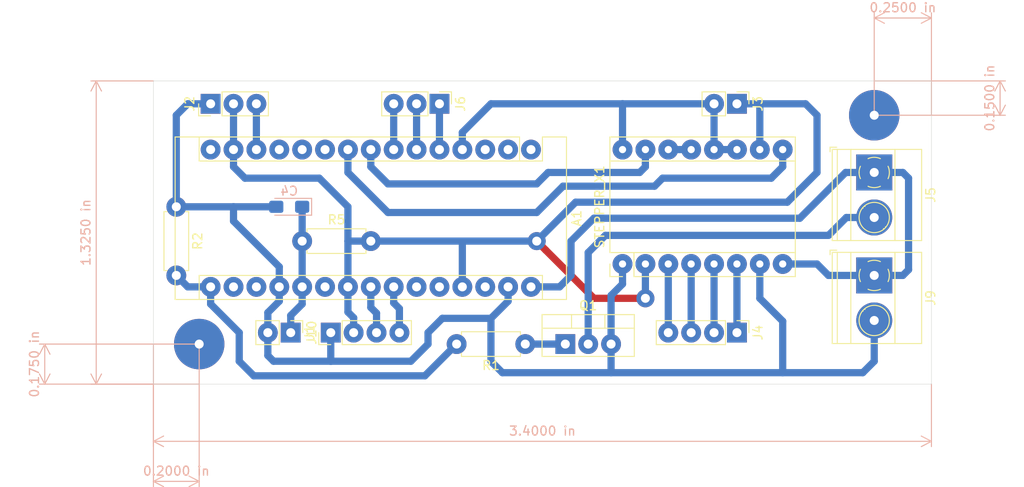
<source format=kicad_pcb>
(kicad_pcb (version 20171130) (host pcbnew 5.1.5+dfsg1-2build2)

  (general
    (thickness 1.6)
    (drawings 10)
    (tracks 136)
    (zones 0)
    (modules 15)
    (nets 35)
  )

  (page A4)
  (layers
    (0 F.Cu signal)
    (31 B.Cu signal)
    (32 B.Adhes user)
    (33 F.Adhes user)
    (34 B.Paste user)
    (35 F.Paste user)
    (36 B.SilkS user)
    (37 F.SilkS user)
    (38 B.Mask user)
    (39 F.Mask user)
    (40 Dwgs.User user)
    (41 Cmts.User user)
    (42 Eco1.User user)
    (43 Eco2.User user)
    (44 Edge.Cuts user)
    (45 Margin user)
    (46 B.CrtYd user)
    (47 F.CrtYd user)
    (48 B.Fab user)
    (49 F.Fab user)
  )

  (setup
    (last_trace_width 0.8)
    (trace_clearance 0.5)
    (zone_clearance 1)
    (zone_45_only no)
    (trace_min 0.2)
    (via_size 2)
    (via_drill 1)
    (via_min_size 0.4)
    (via_min_drill 0.3)
    (uvia_size 0.3)
    (uvia_drill 0.1)
    (uvias_allowed no)
    (uvia_min_size 0.2)
    (uvia_min_drill 0.1)
    (edge_width 0.05)
    (segment_width 0.2)
    (pcb_text_width 0.3)
    (pcb_text_size 1.5 1.5)
    (mod_edge_width 0.12)
    (mod_text_size 1 1)
    (mod_text_width 0.15)
    (pad_size 2.2 2.2)
    (pad_drill 1)
    (pad_to_mask_clearance 0.051)
    (solder_mask_min_width 0.25)
    (aux_axis_origin 0 0)
    (visible_elements FFFFFF7F)
    (pcbplotparams
      (layerselection 0x01000_fffffffe)
      (usegerberextensions false)
      (usegerberattributes false)
      (usegerberadvancedattributes false)
      (creategerberjobfile false)
      (excludeedgelayer true)
      (linewidth 0.100000)
      (plotframeref false)
      (viasonmask false)
      (mode 1)
      (useauxorigin false)
      (hpglpennumber 1)
      (hpglpenspeed 20)
      (hpglpendiameter 15.000000)
      (psnegative false)
      (psa4output false)
      (plotreference true)
      (plotvalue true)
      (plotinvisibletext false)
      (padsonsilk false)
      (subtractmaskfromsilk false)
      (outputformat 5)
      (mirror false)
      (drillshape 2)
      (scaleselection 1)
      (outputdirectory "/home/aleknest/d/"))
  )

  (net 0 "")
  (net 1 "Net-(A1-Pad15)")
  (net 2 GND)
  (net 3 "Net-(A1-Pad28)")
  (net 4 "Net-(A1-Pad12)")
  (net 5 +5V)
  (net 6 "Net-(A1-Pad11)")
  (net 7 HOTEND)
  (net 8 SCL)
  (net 9 SDA)
  (net 10 E_ENABLE)
  (net 11 T_HOTEND)
  (net 12 E_STEP)
  (net 13 FILAMENT_RUNOUT)
  (net 14 "Net-(A1-Pad3)")
  (net 15 "Net-(A1-Pad18)")
  (net 16 "Net-(A1-Pad2)")
  (net 17 "Net-(A1-Pad17)")
  (net 18 "Net-(A1-Pad1)")
  (net 19 +12V)
  (net 20 "Net-(J4-Pad4)")
  (net 21 "Net-(J4-Pad3)")
  (net 22 "Net-(J4-Pad2)")
  (net 23 "Net-(J4-Pad1)")
  (net 24 "Net-(J5-Pad2)")
  (net 25 "Net-(Q1-Pad1)")
  (net 26 "Net-(STEPPER_X1-Pad13)")
  (net 27 SW)
  (net 28 CLK)
  (net 29 DT)
  (net 30 GNDE)
  (net 31 "Net-(A1-Pad26)")
  (net 32 "Net-(A1-Pad21)")
  (net 33 "Net-(A1-Pad25)")
  (net 34 "Net-(A1-Pad10)")

  (net_class Default "This is the default net class."
    (clearance 0.5)
    (trace_width 0.8)
    (via_dia 2)
    (via_drill 1)
    (uvia_dia 0.3)
    (uvia_drill 0.1)
    (add_net CLK)
    (add_net DT)
    (add_net FILAMENT_RUNOUT)
    (add_net GNDE)
    (add_net HOTEND)
    (add_net "Net-(A1-Pad1)")
    (add_net "Net-(A1-Pad10)")
    (add_net "Net-(A1-Pad11)")
    (add_net "Net-(A1-Pad12)")
    (add_net "Net-(A1-Pad15)")
    (add_net "Net-(A1-Pad17)")
    (add_net "Net-(A1-Pad18)")
    (add_net "Net-(A1-Pad2)")
    (add_net "Net-(A1-Pad21)")
    (add_net "Net-(A1-Pad25)")
    (add_net "Net-(A1-Pad26)")
    (add_net "Net-(A1-Pad28)")
    (add_net "Net-(A1-Pad3)")
    (add_net "Net-(J4-Pad1)")
    (add_net "Net-(J4-Pad2)")
    (add_net "Net-(J4-Pad3)")
    (add_net "Net-(J4-Pad4)")
    (add_net "Net-(J5-Pad2)")
    (add_net "Net-(Q1-Pad1)")
    (add_net "Net-(STEPPER_X1-Pad13)")
    (add_net SCL)
    (add_net SDA)
    (add_net SW)
    (add_net T_HOTEND)
  )

  (net_class +12V ""
    (clearance 0.5)
    (trace_width 0.8)
    (via_dia 2)
    (via_drill 1)
    (uvia_dia 0.3)
    (uvia_drill 0.1)
    (add_net +12V)
  )

  (net_class +5V ""
    (clearance 0.5)
    (trace_width 0.8)
    (via_dia 2)
    (via_drill 1)
    (uvia_dia 0.3)
    (uvia_drill 0.1)
    (add_net +5V)
  )

  (net_class E_ENABLE ""
    (clearance 0.5)
    (trace_width 0.8)
    (via_dia 2)
    (via_drill 1)
    (uvia_dia 0.3)
    (uvia_drill 0.1)
    (add_net E_ENABLE)
  )

  (net_class E_STEP ""
    (clearance 0.5)
    (trace_width 0.8)
    (via_dia 2)
    (via_drill 1)
    (uvia_dia 0.3)
    (uvia_drill 0.1)
    (add_net E_STEP)
  )

  (net_class GND ""
    (clearance 0.5)
    (trace_width 0.8)
    (via_dia 2)
    (via_drill 1)
    (uvia_dia 0.3)
    (uvia_drill 0.1)
    (add_net GND)
  )

  (module Connector_PinHeader_2.54mm:PinHeader_1x04_P2.54mm_Vertical (layer F.Cu) (tedit 62B49D9C) (tstamp 629E1C43)
    (at 81.915 54.61 90)
    (descr "Through hole straight pin header, 1x04, 2.54mm pitch, single row")
    (tags "Through hole pin header THT 1x04 2.54mm single row")
    (path /62A2CC36)
    (fp_text reference J1 (at 0 -2.33 90) (layer F.SilkS)
      (effects (font (size 1 1) (thickness 0.15)))
    )
    (fp_text value I2C (at 0 9.95 90) (layer F.Fab)
      (effects (font (size 1 1) (thickness 0.15)))
    )
    (fp_text user %R (at 0 3.81 180) (layer F.Fab)
      (effects (font (size 1 1) (thickness 0.15)))
    )
    (fp_line (start 1.8 -1.8) (end -1.8 -1.8) (layer F.CrtYd) (width 0.05))
    (fp_line (start 1.8 9.4) (end 1.8 -1.8) (layer F.CrtYd) (width 0.05))
    (fp_line (start -1.8 9.4) (end 1.8 9.4) (layer F.CrtYd) (width 0.05))
    (fp_line (start -1.8 -1.8) (end -1.8 9.4) (layer F.CrtYd) (width 0.05))
    (fp_line (start -1.33 -1.33) (end 0 -1.33) (layer F.SilkS) (width 0.12))
    (fp_line (start -1.33 0) (end -1.33 -1.33) (layer F.SilkS) (width 0.12))
    (fp_line (start -1.33 1.27) (end 1.33 1.27) (layer F.SilkS) (width 0.12))
    (fp_line (start 1.33 1.27) (end 1.33 8.95) (layer F.SilkS) (width 0.12))
    (fp_line (start -1.33 1.27) (end -1.33 8.95) (layer F.SilkS) (width 0.12))
    (fp_line (start -1.33 8.95) (end 1.33 8.95) (layer F.SilkS) (width 0.12))
    (fp_line (start -1.27 -0.635) (end -0.635 -1.27) (layer F.Fab) (width 0.1))
    (fp_line (start -1.27 8.89) (end -1.27 -0.635) (layer F.Fab) (width 0.1))
    (fp_line (start 1.27 8.89) (end -1.27 8.89) (layer F.Fab) (width 0.1))
    (fp_line (start 1.27 -1.27) (end 1.27 8.89) (layer F.Fab) (width 0.1))
    (fp_line (start -0.635 -1.27) (end 1.27 -1.27) (layer F.Fab) (width 0.1))
    (pad 4 thru_hole oval (at 0 7.62 90) (size 2.2 2.2) (drill 1) (layers *.Cu *.Mask)
      (net 8 SCL))
    (pad 3 thru_hole oval (at 0 5.08 90) (size 2.2 2.2) (drill 1) (layers *.Cu *.Mask)
      (net 9 SDA))
    (pad 2 thru_hole oval (at 0 2.54 90) (size 2.2 2.2) (drill 1) (layers *.Cu *.Mask)
      (net 5 +5V))
    (pad 1 thru_hole rect (at 0 0 90) (size 2.2 2.2) (drill 1) (layers *.Cu *.Mask)
      (net 2 GND))
    (model ${KISYS3DMOD}/Connector_PinHeader_2.54mm.3dshapes/PinHeader_1x04_P2.54mm_Vertical.wrl
      (at (xyz 0 0 0))
      (scale (xyz 1 1 1))
      (rotate (xyz 0 0 0))
    )
  )

  (module Connector_PinHeader_2.54mm:PinHeader_1x04_P2.54mm_Vertical (layer F.Cu) (tedit 62B49D7D) (tstamp 629E1C89)
    (at 127 54.61 270)
    (descr "Through hole straight pin header, 1x04, 2.54mm pitch, single row")
    (tags "Through hole pin header THT 1x04 2.54mm single row")
    (path /6223A6E5)
    (fp_text reference J4 (at 0 -2.33 90) (layer F.SilkS)
      (effects (font (size 1 1) (thickness 0.15)))
    )
    (fp_text value Conn_01x04 (at 0 9.95 90) (layer F.Fab)
      (effects (font (size 1 1) (thickness 0.15)))
    )
    (fp_text user %R (at 0 3.81) (layer F.Fab)
      (effects (font (size 1 1) (thickness 0.15)))
    )
    (fp_line (start 1.8 -1.8) (end -1.8 -1.8) (layer F.CrtYd) (width 0.05))
    (fp_line (start 1.8 9.4) (end 1.8 -1.8) (layer F.CrtYd) (width 0.05))
    (fp_line (start -1.8 9.4) (end 1.8 9.4) (layer F.CrtYd) (width 0.05))
    (fp_line (start -1.8 -1.8) (end -1.8 9.4) (layer F.CrtYd) (width 0.05))
    (fp_line (start -1.33 -1.33) (end 0 -1.33) (layer F.SilkS) (width 0.12))
    (fp_line (start -1.33 0) (end -1.33 -1.33) (layer F.SilkS) (width 0.12))
    (fp_line (start -1.33 1.27) (end 1.33 1.27) (layer F.SilkS) (width 0.12))
    (fp_line (start 1.33 1.27) (end 1.33 8.95) (layer F.SilkS) (width 0.12))
    (fp_line (start -1.33 1.27) (end -1.33 8.95) (layer F.SilkS) (width 0.12))
    (fp_line (start -1.33 8.95) (end 1.33 8.95) (layer F.SilkS) (width 0.12))
    (fp_line (start -1.27 -0.635) (end -0.635 -1.27) (layer F.Fab) (width 0.1))
    (fp_line (start -1.27 8.89) (end -1.27 -0.635) (layer F.Fab) (width 0.1))
    (fp_line (start 1.27 8.89) (end -1.27 8.89) (layer F.Fab) (width 0.1))
    (fp_line (start 1.27 -1.27) (end 1.27 8.89) (layer F.Fab) (width 0.1))
    (fp_line (start -0.635 -1.27) (end 1.27 -1.27) (layer F.Fab) (width 0.1))
    (pad 4 thru_hole oval (at 0 7.62 270) (size 2.2 2.2) (drill 1) (layers *.Cu *.Mask)
      (net 20 "Net-(J4-Pad4)"))
    (pad 3 thru_hole oval (at 0 5.08 270) (size 2.2 2.2) (drill 1) (layers *.Cu *.Mask)
      (net 21 "Net-(J4-Pad3)"))
    (pad 2 thru_hole oval (at 0 2.54 270) (size 2.2 2.2) (drill 1) (layers *.Cu *.Mask)
      (net 22 "Net-(J4-Pad2)"))
    (pad 1 thru_hole rect (at 0 0 270) (size 2.2 2.2) (drill 1) (layers *.Cu *.Mask)
      (net 23 "Net-(J4-Pad1)"))
    (model ${KISYS3DMOD}/Connector_PinHeader_2.54mm.3dshapes/PinHeader_1x04_P2.54mm_Vertical.wrl
      (at (xyz 0 0 0))
      (scale (xyz 1 1 1))
      (rotate (xyz 0 0 0))
    )
  )

  (module Package_TO_SOT_THT:TO-220-3_Vertical (layer F.Cu) (tedit 62B49D47) (tstamp 629E1D11)
    (at 107.95 55.88)
    (descr "TO-220-3, Vertical, RM 2.54mm, see https://www.vishay.com/docs/66542/to-220-1.pdf")
    (tags "TO-220-3 Vertical RM 2.54mm")
    (path /62296D41)
    (fp_text reference Q1 (at 2.54 -4.27) (layer F.SilkS)
      (effects (font (size 1 1) (thickness 0.15)))
    )
    (fp_text value IRLZ44N (at 2.54 2.5) (layer F.Fab)
      (effects (font (size 1 1) (thickness 0.15)))
    )
    (fp_text user %R (at 2.54 -4.27) (layer F.Fab)
      (effects (font (size 1 1) (thickness 0.15)))
    )
    (fp_line (start 7.79 -3.4) (end -2.71 -3.4) (layer F.CrtYd) (width 0.05))
    (fp_line (start 7.79 1.51) (end 7.79 -3.4) (layer F.CrtYd) (width 0.05))
    (fp_line (start -2.71 1.51) (end 7.79 1.51) (layer F.CrtYd) (width 0.05))
    (fp_line (start -2.71 -3.4) (end -2.71 1.51) (layer F.CrtYd) (width 0.05))
    (fp_line (start 4.391 -3.27) (end 4.391 -1.76) (layer F.SilkS) (width 0.12))
    (fp_line (start 0.69 -3.27) (end 0.69 -1.76) (layer F.SilkS) (width 0.12))
    (fp_line (start -2.58 -1.76) (end 7.66 -1.76) (layer F.SilkS) (width 0.12))
    (fp_line (start 7.66 -3.27) (end 7.66 1.371) (layer F.SilkS) (width 0.12))
    (fp_line (start -2.58 -3.27) (end -2.58 1.371) (layer F.SilkS) (width 0.12))
    (fp_line (start -2.58 1.371) (end 7.66 1.371) (layer F.SilkS) (width 0.12))
    (fp_line (start -2.58 -3.27) (end 7.66 -3.27) (layer F.SilkS) (width 0.12))
    (fp_line (start 4.39 -3.15) (end 4.39 -1.88) (layer F.Fab) (width 0.1))
    (fp_line (start 0.69 -3.15) (end 0.69 -1.88) (layer F.Fab) (width 0.1))
    (fp_line (start -2.46 -1.88) (end 7.54 -1.88) (layer F.Fab) (width 0.1))
    (fp_line (start 7.54 -3.15) (end -2.46 -3.15) (layer F.Fab) (width 0.1))
    (fp_line (start 7.54 1.25) (end 7.54 -3.15) (layer F.Fab) (width 0.1))
    (fp_line (start -2.46 1.25) (end 7.54 1.25) (layer F.Fab) (width 0.1))
    (fp_line (start -2.46 -3.15) (end -2.46 1.25) (layer F.Fab) (width 0.1))
    (pad 3 thru_hole oval (at 5.08 0) (size 2.2 2.2) (drill 1) (layers *.Cu *.Mask)
      (net 2 GND))
    (pad 2 thru_hole oval (at 2.54 0) (size 2.2 2.2) (drill 1) (layers *.Cu *.Mask)
      (net 24 "Net-(J5-Pad2)"))
    (pad 1 thru_hole rect (at 0 0) (size 2.2 2.2) (drill 1) (layers *.Cu *.Mask)
      (net 25 "Net-(Q1-Pad1)"))
    (model ${KISYS3DMOD}/Package_TO_SOT_THT.3dshapes/TO-220-3_Vertical.wrl
      (at (xyz 0 0 0))
      (scale (xyz 1 1 1))
      (rotate (xyz 0 0 0))
    )
  )

  (module Module:Arduino_Nano (layer F.Cu) (tedit 62B49D18) (tstamp 629E1ABA)
    (at 104.14 34.29 270)
    (descr "Arduino Nano, http://www.mouser.com/pdfdocs/Gravitech_Arduino_Nano3_0.pdf")
    (tags "Arduino Nano")
    (path /62236426)
    (fp_text reference A1 (at 7.62 -5.08 270) (layer F.SilkS)
      (effects (font (size 1 1) (thickness 0.15)))
    )
    (fp_text value Arduino_Nano_v3.x (at 8.89 19.05) (layer F.Fab)
      (effects (font (size 1 1) (thickness 0.15)))
    )
    (fp_line (start 16.75 42.16) (end -1.53 42.16) (layer F.CrtYd) (width 0.05))
    (fp_line (start 16.75 42.16) (end 16.75 -4.06) (layer F.CrtYd) (width 0.05))
    (fp_line (start -1.53 -4.06) (end -1.53 42.16) (layer F.CrtYd) (width 0.05))
    (fp_line (start -1.53 -4.06) (end 16.75 -4.06) (layer F.CrtYd) (width 0.05))
    (fp_line (start 16.51 -3.81) (end 16.51 39.37) (layer F.Fab) (width 0.1))
    (fp_line (start 0 -3.81) (end 16.51 -3.81) (layer F.Fab) (width 0.1))
    (fp_line (start -1.27 -2.54) (end 0 -3.81) (layer F.Fab) (width 0.1))
    (fp_line (start -1.27 39.37) (end -1.27 -2.54) (layer F.Fab) (width 0.1))
    (fp_line (start 16.51 39.37) (end -1.27 39.37) (layer F.Fab) (width 0.1))
    (fp_line (start 16.64 -3.94) (end -1.4 -3.94) (layer F.SilkS) (width 0.12))
    (fp_line (start 16.64 39.5) (end 16.64 -3.94) (layer F.SilkS) (width 0.12))
    (fp_line (start -1.4 39.5) (end 16.64 39.5) (layer F.SilkS) (width 0.12))
    (fp_line (start 3.81 41.91) (end 3.81 31.75) (layer F.Fab) (width 0.1))
    (fp_line (start 11.43 41.91) (end 3.81 41.91) (layer F.Fab) (width 0.1))
    (fp_line (start 11.43 31.75) (end 11.43 41.91) (layer F.Fab) (width 0.1))
    (fp_line (start 3.81 31.75) (end 11.43 31.75) (layer F.Fab) (width 0.1))
    (fp_line (start 1.27 36.83) (end -1.4 36.83) (layer F.SilkS) (width 0.12))
    (fp_line (start 1.27 1.27) (end 1.27 36.83) (layer F.SilkS) (width 0.12))
    (fp_line (start 1.27 1.27) (end -1.4 1.27) (layer F.SilkS) (width 0.12))
    (fp_line (start 13.97 36.83) (end 16.64 36.83) (layer F.SilkS) (width 0.12))
    (fp_line (start 13.97 -1.27) (end 13.97 36.83) (layer F.SilkS) (width 0.12))
    (fp_line (start 13.97 -1.27) (end 16.64 -1.27) (layer F.SilkS) (width 0.12))
    (fp_line (start -1.4 -3.94) (end -1.4 -1.27) (layer F.SilkS) (width 0.12))
    (fp_line (start -1.4 1.27) (end -1.4 39.5) (layer F.SilkS) (width 0.12))
    (fp_line (start 1.27 -1.27) (end -1.4 -1.27) (layer F.SilkS) (width 0.12))
    (fp_line (start 1.27 1.27) (end 1.27 -1.27) (layer F.SilkS) (width 0.12))
    (fp_text user %R (at 6.35 19.05) (layer F.Fab)
      (effects (font (size 1 1) (thickness 0.15)))
    )
    (pad 16 thru_hole oval (at 15.24 35.56 270) (size 2.2 2.2) (drill 1) (layers *.Cu *.Mask)
      (net 7 HOTEND))
    (pad 15 thru_hole oval (at 0 35.56 270) (size 2.2 2.2) (drill 1) (layers *.Cu *.Mask)
      (net 1 "Net-(A1-Pad15)"))
    (pad 30 thru_hole oval (at 15.24 0 270) (size 2.2 2.2) (drill 1) (layers *.Cu *.Mask)
      (net 19 +12V))
    (pad 14 thru_hole oval (at 0 33.02 270) (size 2.2 2.2) (drill 1) (layers *.Cu *.Mask)
      (net 5 +5V))
    (pad 29 thru_hole oval (at 15.24 2.54 270) (size 2.2 2.2) (drill 1) (layers *.Cu *.Mask)
      (net 2 GND))
    (pad 13 thru_hole oval (at 0 30.48 270) (size 2.2 2.2) (drill 1) (layers *.Cu *.Mask)
      (net 13 FILAMENT_RUNOUT))
    (pad 28 thru_hole oval (at 15.24 5.08 270) (size 2.2 2.2) (drill 1) (layers *.Cu *.Mask)
      (net 3 "Net-(A1-Pad28)"))
    (pad 12 thru_hole oval (at 0 27.94 270) (size 2.2 2.2) (drill 1) (layers *.Cu *.Mask)
      (net 4 "Net-(A1-Pad12)"))
    (pad 27 thru_hole oval (at 15.24 7.62 270) (size 2.2 2.2) (drill 1) (layers *.Cu *.Mask)
      (net 5 +5V))
    (pad 11 thru_hole oval (at 0 25.4 270) (size 2.2 2.2) (drill 1) (layers *.Cu *.Mask)
      (net 6 "Net-(A1-Pad11)"))
    (pad 26 thru_hole oval (at 15.24 10.16 270) (size 2.2 2.2) (drill 1) (layers *.Cu *.Mask)
      (net 31 "Net-(A1-Pad26)"))
    (pad 10 thru_hole oval (at 0 22.86 270) (size 2.2 2.2) (drill 1) (layers *.Cu *.Mask)
      (net 34 "Net-(A1-Pad10)"))
    (pad 25 thru_hole oval (at 15.24 12.7 270) (size 2.2 2.2) (drill 1) (layers *.Cu *.Mask)
      (net 33 "Net-(A1-Pad25)"))
    (pad 9 thru_hole oval (at 0 20.32 270) (size 2.2 2.2) (drill 1) (layers *.Cu *.Mask)
      (net 10 E_ENABLE))
    (pad 24 thru_hole oval (at 15.24 15.24 270) (size 2.2 2.2) (drill 1) (layers *.Cu *.Mask)
      (net 8 SCL))
    (pad 8 thru_hole oval (at 0 17.78 270) (size 2.2 2.2) (drill 1) (layers *.Cu *.Mask)
      (net 12 E_STEP))
    (pad 23 thru_hole oval (at 15.24 17.78 270) (size 2.2 2.2) (drill 1) (layers *.Cu *.Mask)
      (net 9 SDA))
    (pad 7 thru_hole oval (at 0 15.24 270) (size 2.2 2.2) (drill 1) (layers *.Cu *.Mask)
      (net 27 SW))
    (pad 22 thru_hole oval (at 15.24 20.32 270) (size 2.2 2.2) (drill 1) (layers *.Cu *.Mask)
      (net 5 +5V))
    (pad 6 thru_hole oval (at 0 12.7 270) (size 2.2 2.2) (drill 1) (layers *.Cu *.Mask)
      (net 29 DT))
    (pad 21 thru_hole oval (at 15.24 22.86 270) (size 2.2 2.2) (drill 1) (layers *.Cu *.Mask)
      (net 32 "Net-(A1-Pad21)"))
    (pad 5 thru_hole oval (at 0 10.16 270) (size 2.2 2.2) (drill 1) (layers *.Cu *.Mask)
      (net 28 CLK))
    (pad 20 thru_hole oval (at 15.24 25.4 270) (size 2.2 2.2) (drill 1) (layers *.Cu *.Mask)
      (net 11 T_HOTEND))
    (pad 4 thru_hole oval (at 0 7.62 270) (size 2.2 2.2) (drill 1) (layers *.Cu *.Mask)
      (net 30 GNDE))
    (pad 19 thru_hole oval (at 15.24 27.94 270) (size 2.2 2.2) (drill 1) (layers *.Cu *.Mask)
      (net 2 GND))
    (pad 3 thru_hole oval (at 0 5.08 270) (size 2.2 2.2) (drill 1) (layers *.Cu *.Mask)
      (net 14 "Net-(A1-Pad3)"))
    (pad 18 thru_hole oval (at 15.24 30.48 270) (size 2.2 2.2) (drill 1) (layers *.Cu *.Mask)
      (net 15 "Net-(A1-Pad18)"))
    (pad 2 thru_hole oval (at 0 2.54 270) (size 2.2 2.2) (drill 1) (layers *.Cu *.Mask)
      (net 16 "Net-(A1-Pad2)"))
    (pad 17 thru_hole oval (at 15.24 33.02 270) (size 2.2 2.2) (drill 1) (layers *.Cu *.Mask)
      (net 17 "Net-(A1-Pad17)"))
    (pad 1 thru_hole oval (at 0 0 270) (size 2.2 2.2) (drill 1) (layers *.Cu *.Mask)
      (net 18 "Net-(A1-Pad1)"))
    (model ${KISYS3DMOD}/Module.3dshapes/Arduino_Nano_WithMountingHoles.wrl
      (at (xyz 0 0 0))
      (scale (xyz 1 1 1))
      (rotate (xyz 0 0 0))
    )
  )

  (module Module:Pololu_Breakout-16_15.2x20.3mm (layer F.Cu) (tedit 62B49C8F) (tstamp 629E1D7E)
    (at 114.3 46.99 90)
    (descr "Pololu Breakout 16-pin 15.2x20.3mm 0.6x0.8\\")
    (tags "Pololu Breakout")
    (path /62237520)
    (fp_text reference STEPPER_X1 (at 6.35 -2.54 90) (layer F.SilkS)
      (effects (font (size 1 1) (thickness 0.15)))
    )
    (fp_text value Pololu_Breakout_2209 (at 6.35 20.17 90) (layer F.Fab)
      (effects (font (size 1 1) (thickness 0.15)))
    )
    (fp_line (start 14.21 19.3) (end -1.53 19.3) (layer F.CrtYd) (width 0.05))
    (fp_line (start 14.21 19.3) (end 14.21 -1.52) (layer F.CrtYd) (width 0.05))
    (fp_line (start -1.53 -1.52) (end -1.53 19.3) (layer F.CrtYd) (width 0.05))
    (fp_line (start -1.53 -1.52) (end 14.21 -1.52) (layer F.CrtYd) (width 0.05))
    (fp_line (start -1.27 19.05) (end -1.27 0) (layer F.Fab) (width 0.1))
    (fp_line (start 13.97 19.05) (end -1.27 19.05) (layer F.Fab) (width 0.1))
    (fp_line (start 13.97 -1.27) (end 13.97 19.05) (layer F.Fab) (width 0.1))
    (fp_line (start 0 -1.27) (end 13.97 -1.27) (layer F.Fab) (width 0.1))
    (fp_line (start -1.27 0) (end 0 -1.27) (layer F.Fab) (width 0.1))
    (fp_line (start 14.1 -1.4) (end 1.27 -1.4) (layer F.SilkS) (width 0.12))
    (fp_line (start 14.1 19.18) (end 14.1 -1.4) (layer F.SilkS) (width 0.12))
    (fp_line (start -1.4 19.18) (end 14.1 19.18) (layer F.SilkS) (width 0.12))
    (fp_line (start -1.4 1.27) (end -1.4 19.18) (layer F.SilkS) (width 0.12))
    (fp_line (start 1.27 1.27) (end -1.4 1.27) (layer F.SilkS) (width 0.12))
    (fp_line (start 1.27 -1.4) (end 1.27 1.27) (layer F.SilkS) (width 0.12))
    (fp_line (start -1.4 -1.4) (end -1.4 0) (layer F.SilkS) (width 0.12))
    (fp_line (start 0 -1.4) (end -1.4 -1.4) (layer F.SilkS) (width 0.12))
    (fp_line (start 1.27 1.27) (end 1.27 19.18) (layer F.SilkS) (width 0.12))
    (fp_line (start 11.43 -1.4) (end 11.43 19.18) (layer F.SilkS) (width 0.12))
    (fp_text user %R (at 6.35 0 90) (layer F.Fab)
      (effects (font (size 1 1) (thickness 0.15)))
    )
    (pad 16 thru_hole oval (at 12.7 0 90) (size 2.2 2.2) (drill 0.8) (layers *.Cu *.Mask)
      (net 30 GNDE))
    (pad 8 thru_hole oval (at 0 17.78 90) (size 2.2 2.2) (drill 0.8) (layers *.Cu *.Mask)
      (net 19 +12V))
    (pad 15 thru_hole oval (at 12.7 2.54 90) (size 2.2 2.2) (drill 0.8) (layers *.Cu *.Mask)
      (net 12 E_STEP))
    (pad 7 thru_hole oval (at 0 15.24 90) (size 2.2 2.2) (drill 0.8) (layers *.Cu *.Mask)
      (net 2 GND))
    (pad 14 thru_hole oval (at 12.7 5.08 90) (size 2.2 2.2) (drill 0.8) (layers *.Cu *.Mask)
      (net 26 "Net-(STEPPER_X1-Pad13)"))
    (pad 6 thru_hole oval (at 0 12.7 90) (size 2.2 2.2) (drill 0.8) (layers *.Cu *.Mask)
      (net 23 "Net-(J4-Pad1)"))
    (pad 13 thru_hole oval (at 12.7 7.62 90) (size 2.2 2.2) (drill 0.8) (layers *.Cu *.Mask)
      (net 26 "Net-(STEPPER_X1-Pad13)"))
    (pad 5 thru_hole oval (at 0 10.16 90) (size 2.2 2.2) (drill 0.8) (layers *.Cu *.Mask)
      (net 22 "Net-(J4-Pad2)"))
    (pad 12 thru_hole oval (at 12.7 10.16 90) (size 2.2 2.2) (drill 0.8) (layers *.Cu *.Mask)
      (net 30 GNDE))
    (pad 4 thru_hole oval (at 0 7.62 90) (size 2.2 2.2) (drill 0.8) (layers *.Cu *.Mask)
      (net 21 "Net-(J4-Pad3)"))
    (pad 11 thru_hole oval (at 12.7 12.7 90) (size 2.2 2.2) (drill 0.8) (layers *.Cu *.Mask)
      (net 30 GNDE))
    (pad 3 thru_hole oval (at 0 5.08 90) (size 2.2 2.2) (drill 0.8) (layers *.Cu *.Mask)
      (net 20 "Net-(J4-Pad4)"))
    (pad 10 thru_hole oval (at 12.7 15.24 90) (size 2.2 2.2) (drill 0.8) (layers *.Cu *.Mask)
      (net 5 +5V))
    (pad 2 thru_hole oval (at 0 2.54 90) (size 2.2 2.2) (drill 0.8) (layers *.Cu *.Mask)
      (net 5 +5V))
    (pad 9 thru_hole oval (at 12.7 17.78 90) (size 2.2 2.2) (drill 0.8) (layers *.Cu *.Mask)
      (net 10 E_ENABLE))
    (pad 1 thru_hole oval (at 0 0 90) (size 2.2 2.2) (drill 0.8) (layers *.Cu *.Mask)
      (net 2 GND))
    (model ${KISYS3DMOD}/Module.3dshapes/Pololu_Breakout-16_15.2x20.3mm.wrl
      (at (xyz 0 0 0))
      (scale (xyz 1 1 1))
      (rotate (xyz 0 0 0))
    )
  )

  (module Connector_PinHeader_2.54mm:PinHeader_1x03_P2.54mm_Vertical (layer F.Cu) (tedit 62B49E11) (tstamp 62B25342)
    (at 93.98 29.21 270)
    (descr "Through hole straight pin header, 1x03, 2.54mm pitch, single row")
    (tags "Through hole pin header THT 1x03 2.54mm single row")
    (path /62B97360)
    (fp_text reference J6 (at 0 -2.33 90) (layer F.SilkS)
      (effects (font (size 1 1) (thickness 0.15)))
    )
    (fp_text value Encoder (at 0 7.41 90) (layer F.Fab)
      (effects (font (size 1 1) (thickness 0.15)))
    )
    (fp_text user %R (at 0 2.54) (layer F.Fab)
      (effects (font (size 1 1) (thickness 0.15)))
    )
    (fp_line (start 1.8 -1.8) (end -1.8 -1.8) (layer F.CrtYd) (width 0.05))
    (fp_line (start 1.8 6.85) (end 1.8 -1.8) (layer F.CrtYd) (width 0.05))
    (fp_line (start -1.8 6.85) (end 1.8 6.85) (layer F.CrtYd) (width 0.05))
    (fp_line (start -1.8 -1.8) (end -1.8 6.85) (layer F.CrtYd) (width 0.05))
    (fp_line (start -1.33 -1.33) (end 0 -1.33) (layer F.SilkS) (width 0.12))
    (fp_line (start -1.33 0) (end -1.33 -1.33) (layer F.SilkS) (width 0.12))
    (fp_line (start -1.33 1.27) (end 1.33 1.27) (layer F.SilkS) (width 0.12))
    (fp_line (start 1.33 1.27) (end 1.33 6.41) (layer F.SilkS) (width 0.12))
    (fp_line (start -1.33 1.27) (end -1.33 6.41) (layer F.SilkS) (width 0.12))
    (fp_line (start -1.33 6.41) (end 1.33 6.41) (layer F.SilkS) (width 0.12))
    (fp_line (start -1.27 -0.635) (end -0.635 -1.27) (layer F.Fab) (width 0.1))
    (fp_line (start -1.27 6.35) (end -1.27 -0.635) (layer F.Fab) (width 0.1))
    (fp_line (start 1.27 6.35) (end -1.27 6.35) (layer F.Fab) (width 0.1))
    (fp_line (start 1.27 -1.27) (end 1.27 6.35) (layer F.Fab) (width 0.1))
    (fp_line (start -0.635 -1.27) (end 1.27 -1.27) (layer F.Fab) (width 0.1))
    (pad 3 thru_hole oval (at 0 5.08 270) (size 2.2 2.2) (drill 1) (layers *.Cu *.Mask)
      (net 27 SW))
    (pad 2 thru_hole oval (at 0 2.54 270) (size 2.2 2.2) (drill 1) (layers *.Cu *.Mask)
      (net 29 DT))
    (pad 1 thru_hole rect (at 0 0 270) (size 2.2 2.2) (drill 1) (layers *.Cu *.Mask)
      (net 28 CLK))
    (model ${KISYS3DMOD}/Connector_PinHeader_2.54mm.3dshapes/PinHeader_1x03_P2.54mm_Vertical.wrl
      (at (xyz 0 0 0))
      (scale (xyz 1 1 1))
      (rotate (xyz 0 0 0))
    )
  )

  (module Connector_PinHeader_2.54mm:PinHeader_1x02_P2.54mm_Vertical (layer F.Cu) (tedit 62B49E2A) (tstamp 62B24494)
    (at 127 29.21 270)
    (descr "Through hole straight pin header, 1x02, 2.54mm pitch, single row")
    (tags "Through hole pin header THT 1x02 2.54mm single row")
    (path /62B86925)
    (fp_text reference J3 (at 0 -2.33 90) (layer F.SilkS)
      (effects (font (size 1 1) (thickness 0.15)))
    )
    (fp_text value "5V JACK" (at 0 4.87 90) (layer F.Fab)
      (effects (font (size 1 1) (thickness 0.15)))
    )
    (fp_text user %R (at 0 1.27) (layer F.Fab)
      (effects (font (size 1 1) (thickness 0.15)))
    )
    (fp_line (start 1.8 -1.8) (end -1.8 -1.8) (layer F.CrtYd) (width 0.05))
    (fp_line (start 1.8 4.35) (end 1.8 -1.8) (layer F.CrtYd) (width 0.05))
    (fp_line (start -1.8 4.35) (end 1.8 4.35) (layer F.CrtYd) (width 0.05))
    (fp_line (start -1.8 -1.8) (end -1.8 4.35) (layer F.CrtYd) (width 0.05))
    (fp_line (start -1.33 -1.33) (end 0 -1.33) (layer F.SilkS) (width 0.12))
    (fp_line (start -1.33 0) (end -1.33 -1.33) (layer F.SilkS) (width 0.12))
    (fp_line (start -1.33 1.27) (end 1.33 1.27) (layer F.SilkS) (width 0.12))
    (fp_line (start 1.33 1.27) (end 1.33 3.87) (layer F.SilkS) (width 0.12))
    (fp_line (start -1.33 1.27) (end -1.33 3.87) (layer F.SilkS) (width 0.12))
    (fp_line (start -1.33 3.87) (end 1.33 3.87) (layer F.SilkS) (width 0.12))
    (fp_line (start -1.27 -0.635) (end -0.635 -1.27) (layer F.Fab) (width 0.1))
    (fp_line (start -1.27 3.81) (end -1.27 -0.635) (layer F.Fab) (width 0.1))
    (fp_line (start 1.27 3.81) (end -1.27 3.81) (layer F.Fab) (width 0.1))
    (fp_line (start 1.27 -1.27) (end 1.27 3.81) (layer F.Fab) (width 0.1))
    (fp_line (start -0.635 -1.27) (end 1.27 -1.27) (layer F.Fab) (width 0.1))
    (pad 2 thru_hole oval (at 0 2.54 270) (size 2.2 2.2) (drill 1) (layers *.Cu *.Mask)
      (net 30 GNDE))
    (pad 1 thru_hole rect (at 0 0 270) (size 2.2 2.2) (drill 1) (layers *.Cu *.Mask)
      (net 5 +5V))
    (model ${KISYS3DMOD}/Connector_PinHeader_2.54mm.3dshapes/PinHeader_1x02_P2.54mm_Vertical.wrl
      (at (xyz 0 0 0))
      (scale (xyz 1 1 1))
      (rotate (xyz 0 0 0))
    )
  )

  (module Connector_PinHeader_2.54mm:PinHeader_1x02_P2.54mm_Vertical (layer F.Cu) (tedit 62B49DDF) (tstamp 629E1CF7)
    (at 77.47 54.61 270)
    (descr "Through hole straight pin header, 1x02, 2.54mm pitch, single row")
    (tags "Through hole pin header THT 1x02 2.54mm single row")
    (path /622B7B8B)
    (fp_text reference J10 (at 0 -2.33 270) (layer F.SilkS)
      (effects (font (size 1 1) (thickness 0.15)))
    )
    (fp_text value T_HOTEND (at 0 4.87 270) (layer F.Fab)
      (effects (font (size 1 1) (thickness 0.15)))
    )
    (fp_text user %R (at 0 1.27) (layer F.Fab)
      (effects (font (size 1 1) (thickness 0.15)))
    )
    (fp_line (start 1.8 -1.8) (end -1.8 -1.8) (layer F.CrtYd) (width 0.05))
    (fp_line (start 1.8 4.35) (end 1.8 -1.8) (layer F.CrtYd) (width 0.05))
    (fp_line (start -1.8 4.35) (end 1.8 4.35) (layer F.CrtYd) (width 0.05))
    (fp_line (start -1.8 -1.8) (end -1.8 4.35) (layer F.CrtYd) (width 0.05))
    (fp_line (start -1.33 -1.33) (end 0 -1.33) (layer F.SilkS) (width 0.12))
    (fp_line (start -1.33 0) (end -1.33 -1.33) (layer F.SilkS) (width 0.12))
    (fp_line (start -1.33 1.27) (end 1.33 1.27) (layer F.SilkS) (width 0.12))
    (fp_line (start 1.33 1.27) (end 1.33 3.87) (layer F.SilkS) (width 0.12))
    (fp_line (start -1.33 1.27) (end -1.33 3.87) (layer F.SilkS) (width 0.12))
    (fp_line (start -1.33 3.87) (end 1.33 3.87) (layer F.SilkS) (width 0.12))
    (fp_line (start -1.27 -0.635) (end -0.635 -1.27) (layer F.Fab) (width 0.1))
    (fp_line (start -1.27 3.81) (end -1.27 -0.635) (layer F.Fab) (width 0.1))
    (fp_line (start 1.27 3.81) (end -1.27 3.81) (layer F.Fab) (width 0.1))
    (fp_line (start 1.27 -1.27) (end 1.27 3.81) (layer F.Fab) (width 0.1))
    (fp_line (start -0.635 -1.27) (end 1.27 -1.27) (layer F.Fab) (width 0.1))
    (pad 2 thru_hole oval (at 0 2.54 270) (size 2.2 2.2) (drill 1) (layers *.Cu *.Mask)
      (net 2 GND))
    (pad 1 thru_hole rect (at 0 0 270) (size 2.2 2.2) (drill 1) (layers *.Cu *.Mask)
      (net 11 T_HOTEND))
    (model ${KISYS3DMOD}/Connector_PinHeader_2.54mm.3dshapes/PinHeader_1x02_P2.54mm_Vertical.wrl
      (at (xyz 0 0 0))
      (scale (xyz 1 1 1))
      (rotate (xyz 0 0 0))
    )
  )

  (module Capacitor_Tantalum_SMD:CP_EIA-3216-12_Kemet-S_Pad1.58x1.35mm_HandSolder (layer B.Cu) (tedit 5B301BBE) (tstamp 62A3B702)
    (at 77.3025 40.64 180)
    (descr "Tantalum Capacitor SMD Kemet-S (3216-12 Metric), IPC_7351 nominal, (Body size from: http://www.kemet.com/Lists/ProductCatalog/Attachments/253/KEM_TC101_STD.pdf), generated with kicad-footprint-generator")
    (tags "capacitor tantalum")
    (path /622D1411)
    (attr smd)
    (fp_text reference C4 (at 0 1.75 180) (layer B.SilkS)
      (effects (font (size 1 1) (thickness 0.15)) (justify mirror))
    )
    (fp_text value 10uF10v (at 0 -1.75 180) (layer B.Fab)
      (effects (font (size 1 1) (thickness 0.15)) (justify mirror))
    )
    (fp_text user %R (at 0 0 180) (layer B.Fab)
      (effects (font (size 0.8 0.8) (thickness 0.12)) (justify mirror))
    )
    (fp_line (start 2.48 -1.05) (end -2.48 -1.05) (layer B.CrtYd) (width 0.05))
    (fp_line (start 2.48 1.05) (end 2.48 -1.05) (layer B.CrtYd) (width 0.05))
    (fp_line (start -2.48 1.05) (end 2.48 1.05) (layer B.CrtYd) (width 0.05))
    (fp_line (start -2.48 -1.05) (end -2.48 1.05) (layer B.CrtYd) (width 0.05))
    (fp_line (start -2.485 -0.935) (end 1.6 -0.935) (layer B.SilkS) (width 0.12))
    (fp_line (start -2.485 0.935) (end -2.485 -0.935) (layer B.SilkS) (width 0.12))
    (fp_line (start 1.6 0.935) (end -2.485 0.935) (layer B.SilkS) (width 0.12))
    (fp_line (start 1.6 -0.8) (end 1.6 0.8) (layer B.Fab) (width 0.1))
    (fp_line (start -1.6 -0.8) (end 1.6 -0.8) (layer B.Fab) (width 0.1))
    (fp_line (start -1.6 0.4) (end -1.6 -0.8) (layer B.Fab) (width 0.1))
    (fp_line (start -1.2 0.8) (end -1.6 0.4) (layer B.Fab) (width 0.1))
    (fp_line (start 1.6 0.8) (end -1.2 0.8) (layer B.Fab) (width 0.1))
    (pad 2 smd roundrect (at 1.4375 0 180) (size 1.575 1.35) (layers B.Cu B.Paste B.Mask) (roundrect_rratio 0.185185)
      (net 2 GND))
    (pad 1 smd roundrect (at -1.4375 0 180) (size 1.575 1.35) (layers B.Cu B.Paste B.Mask) (roundrect_rratio 0.185185)
      (net 11 T_HOTEND))
    (model ${KISYS3DMOD}/Capacitor_Tantalum_SMD.3dshapes/CP_EIA-3216-12_Kemet-S.wrl
      (at (xyz 0 0 0))
      (scale (xyz 1 1 1))
      (rotate (xyz 0 0 0))
    )
  )

  (module Resistor_THT:R_Axial_DIN0207_L6.3mm_D2.5mm_P7.62mm_Horizontal (layer F.Cu) (tedit 5AE5139B) (tstamp 629E1D56)
    (at 78.74 44.45)
    (descr "Resistor, Axial_DIN0207 series, Axial, Horizontal, pin pitch=7.62mm, 0.25W = 1/4W, length*diameter=6.3*2.5mm^2, http://cdn-reichelt.de/documents/datenblatt/B400/1_4W%23YAG.pdf")
    (tags "Resistor Axial_DIN0207 series Axial Horizontal pin pitch 7.62mm 0.25W = 1/4W length 6.3mm diameter 2.5mm")
    (path /622C57D7)
    (fp_text reference R5 (at 3.81 -2.37) (layer F.SilkS)
      (effects (font (size 1 1) (thickness 0.15)))
    )
    (fp_text value 4.7K (at 3.81 2.37) (layer F.Fab)
      (effects (font (size 1 1) (thickness 0.15)))
    )
    (fp_text user %R (at 3.81 0) (layer F.Fab)
      (effects (font (size 1 1) (thickness 0.15)))
    )
    (fp_line (start 8.67 -1.5) (end -1.05 -1.5) (layer F.CrtYd) (width 0.05))
    (fp_line (start 8.67 1.5) (end 8.67 -1.5) (layer F.CrtYd) (width 0.05))
    (fp_line (start -1.05 1.5) (end 8.67 1.5) (layer F.CrtYd) (width 0.05))
    (fp_line (start -1.05 -1.5) (end -1.05 1.5) (layer F.CrtYd) (width 0.05))
    (fp_line (start 7.08 1.37) (end 7.08 1.04) (layer F.SilkS) (width 0.12))
    (fp_line (start 0.54 1.37) (end 7.08 1.37) (layer F.SilkS) (width 0.12))
    (fp_line (start 0.54 1.04) (end 0.54 1.37) (layer F.SilkS) (width 0.12))
    (fp_line (start 7.08 -1.37) (end 7.08 -1.04) (layer F.SilkS) (width 0.12))
    (fp_line (start 0.54 -1.37) (end 7.08 -1.37) (layer F.SilkS) (width 0.12))
    (fp_line (start 0.54 -1.04) (end 0.54 -1.37) (layer F.SilkS) (width 0.12))
    (fp_line (start 7.62 0) (end 6.96 0) (layer F.Fab) (width 0.1))
    (fp_line (start 0 0) (end 0.66 0) (layer F.Fab) (width 0.1))
    (fp_line (start 6.96 -1.25) (end 0.66 -1.25) (layer F.Fab) (width 0.1))
    (fp_line (start 6.96 1.25) (end 6.96 -1.25) (layer F.Fab) (width 0.1))
    (fp_line (start 0.66 1.25) (end 6.96 1.25) (layer F.Fab) (width 0.1))
    (fp_line (start 0.66 -1.25) (end 0.66 1.25) (layer F.Fab) (width 0.1))
    (pad 2 thru_hole oval (at 7.62 0) (size 2.2 2.2) (drill 1) (layers *.Cu *.Mask)
      (net 5 +5V))
    (pad 1 thru_hole oval (at 0 0) (size 2.2 2.2) (drill 1) (layers *.Cu *.Mask)
      (net 11 T_HOTEND))
    (model ${KISYS3DMOD}/Resistor_THT.3dshapes/R_Axial_DIN0207_L6.3mm_D2.5mm_P7.62mm_Horizontal.wrl
      (at (xyz 0 0 0))
      (scale (xyz 1 1 1))
      (rotate (xyz 0 0 0))
    )
  )

  (module Resistor_THT:R_Axial_DIN0207_L6.3mm_D2.5mm_P7.62mm_Horizontal (layer F.Cu) (tedit 5AE5139B) (tstamp 629E1D3F)
    (at 64.77 40.64 270)
    (descr "Resistor, Axial_DIN0207 series, Axial, Horizontal, pin pitch=7.62mm, 0.25W = 1/4W, length*diameter=6.3*2.5mm^2, http://cdn-reichelt.de/documents/datenblatt/B400/1_4W%23YAG.pdf")
    (tags "Resistor Axial_DIN0207 series Axial Horizontal pin pitch 7.62mm 0.25W = 1/4W length 6.3mm diameter 2.5mm")
    (path /622A0B07)
    (fp_text reference R2 (at 3.81 -2.37 90) (layer F.SilkS)
      (effects (font (size 1 1) (thickness 0.15)))
    )
    (fp_text value 100K (at 3.81 2.37 90) (layer F.Fab)
      (effects (font (size 1 1) (thickness 0.15)))
    )
    (fp_text user %R (at 3.81 0 90) (layer F.Fab)
      (effects (font (size 1 1) (thickness 0.15)))
    )
    (fp_line (start 8.67 -1.5) (end -1.05 -1.5) (layer F.CrtYd) (width 0.05))
    (fp_line (start 8.67 1.5) (end 8.67 -1.5) (layer F.CrtYd) (width 0.05))
    (fp_line (start -1.05 1.5) (end 8.67 1.5) (layer F.CrtYd) (width 0.05))
    (fp_line (start -1.05 -1.5) (end -1.05 1.5) (layer F.CrtYd) (width 0.05))
    (fp_line (start 7.08 1.37) (end 7.08 1.04) (layer F.SilkS) (width 0.12))
    (fp_line (start 0.54 1.37) (end 7.08 1.37) (layer F.SilkS) (width 0.12))
    (fp_line (start 0.54 1.04) (end 0.54 1.37) (layer F.SilkS) (width 0.12))
    (fp_line (start 7.08 -1.37) (end 7.08 -1.04) (layer F.SilkS) (width 0.12))
    (fp_line (start 0.54 -1.37) (end 7.08 -1.37) (layer F.SilkS) (width 0.12))
    (fp_line (start 0.54 -1.04) (end 0.54 -1.37) (layer F.SilkS) (width 0.12))
    (fp_line (start 7.62 0) (end 6.96 0) (layer F.Fab) (width 0.1))
    (fp_line (start 0 0) (end 0.66 0) (layer F.Fab) (width 0.1))
    (fp_line (start 6.96 -1.25) (end 0.66 -1.25) (layer F.Fab) (width 0.1))
    (fp_line (start 6.96 1.25) (end 6.96 -1.25) (layer F.Fab) (width 0.1))
    (fp_line (start 0.66 1.25) (end 6.96 1.25) (layer F.Fab) (width 0.1))
    (fp_line (start 0.66 -1.25) (end 0.66 1.25) (layer F.Fab) (width 0.1))
    (pad 2 thru_hole oval (at 7.62 0 270) (size 2.2 2.2) (drill 1) (layers *.Cu *.Mask)
      (net 7 HOTEND))
    (pad 1 thru_hole oval (at 0 0 270) (size 2.2 2.2) (drill 1) (layers *.Cu *.Mask)
      (net 2 GND))
    (model ${KISYS3DMOD}/Resistor_THT.3dshapes/R_Axial_DIN0207_L6.3mm_D2.5mm_P7.62mm_Horizontal.wrl
      (at (xyz 0 0 0))
      (scale (xyz 1 1 1))
      (rotate (xyz 0 0 0))
    )
  )

  (module Resistor_THT:R_Axial_DIN0207_L6.3mm_D2.5mm_P7.62mm_Horizontal (layer F.Cu) (tedit 5AE5139B) (tstamp 629E1D28)
    (at 103.505 55.88 180)
    (descr "Resistor, Axial_DIN0207 series, Axial, Horizontal, pin pitch=7.62mm, 0.25W = 1/4W, length*diameter=6.3*2.5mm^2, http://cdn-reichelt.de/documents/datenblatt/B400/1_4W%23YAG.pdf")
    (tags "Resistor Axial_DIN0207 series Axial Horizontal pin pitch 7.62mm 0.25W = 1/4W length 6.3mm diameter 2.5mm")
    (path /6229F29C)
    (fp_text reference R1 (at 3.81 -2.37) (layer F.SilkS)
      (effects (font (size 1 1) (thickness 0.15)))
    )
    (fp_text value 10R (at 3.81 2.37) (layer F.Fab)
      (effects (font (size 1 1) (thickness 0.15)))
    )
    (fp_text user %R (at 3.81 0) (layer F.Fab)
      (effects (font (size 1 1) (thickness 0.15)))
    )
    (fp_line (start 8.67 -1.5) (end -1.05 -1.5) (layer F.CrtYd) (width 0.05))
    (fp_line (start 8.67 1.5) (end 8.67 -1.5) (layer F.CrtYd) (width 0.05))
    (fp_line (start -1.05 1.5) (end 8.67 1.5) (layer F.CrtYd) (width 0.05))
    (fp_line (start -1.05 -1.5) (end -1.05 1.5) (layer F.CrtYd) (width 0.05))
    (fp_line (start 7.08 1.37) (end 7.08 1.04) (layer F.SilkS) (width 0.12))
    (fp_line (start 0.54 1.37) (end 7.08 1.37) (layer F.SilkS) (width 0.12))
    (fp_line (start 0.54 1.04) (end 0.54 1.37) (layer F.SilkS) (width 0.12))
    (fp_line (start 7.08 -1.37) (end 7.08 -1.04) (layer F.SilkS) (width 0.12))
    (fp_line (start 0.54 -1.37) (end 7.08 -1.37) (layer F.SilkS) (width 0.12))
    (fp_line (start 0.54 -1.04) (end 0.54 -1.37) (layer F.SilkS) (width 0.12))
    (fp_line (start 7.62 0) (end 6.96 0) (layer F.Fab) (width 0.1))
    (fp_line (start 0 0) (end 0.66 0) (layer F.Fab) (width 0.1))
    (fp_line (start 6.96 -1.25) (end 0.66 -1.25) (layer F.Fab) (width 0.1))
    (fp_line (start 6.96 1.25) (end 6.96 -1.25) (layer F.Fab) (width 0.1))
    (fp_line (start 0.66 1.25) (end 6.96 1.25) (layer F.Fab) (width 0.1))
    (fp_line (start 0.66 -1.25) (end 0.66 1.25) (layer F.Fab) (width 0.1))
    (pad 2 thru_hole oval (at 7.62 0 180) (size 2.2 2.2) (drill 1) (layers *.Cu *.Mask)
      (net 7 HOTEND))
    (pad 1 thru_hole oval (at 0 0 180) (size 2.2 2.2) (drill 1) (layers *.Cu *.Mask)
      (net 25 "Net-(Q1-Pad1)"))
    (model ${KISYS3DMOD}/Resistor_THT.3dshapes/R_Axial_DIN0207_L6.3mm_D2.5mm_P7.62mm_Horizontal.wrl
      (at (xyz 0 0 0))
      (scale (xyz 1 1 1))
      (rotate (xyz 0 0 0))
    )
  )

  (module TerminalBlock_Phoenix:TerminalBlock_Phoenix_MKDS-1,5-2_1x02_P5.00mm_Horizontal (layer F.Cu) (tedit 5B294EE5) (tstamp 629E1CE1)
    (at 142.24 48.26 270)
    (descr "Terminal Block Phoenix MKDS-1,5-2, 2 pins, pitch 5mm, size 10x9.8mm^2, drill diamater 1.3mm, pad diameter 2.6mm, see http://www.farnell.com/datasheets/100425.pdf, script-generated using https://github.com/pointhi/kicad-footprint-generator/scripts/TerminalBlock_Phoenix")
    (tags "THT Terminal Block Phoenix MKDS-1,5-2 pitch 5mm size 10x9.8mm^2 drill 1.3mm pad 2.6mm")
    (path /6223B39B)
    (fp_text reference J9 (at 2.5 -6.26 90) (layer F.SilkS)
      (effects (font (size 1 1) (thickness 0.15)))
    )
    (fp_text value POWER (at 2.5 5.66 90) (layer F.Fab)
      (effects (font (size 1 1) (thickness 0.15)))
    )
    (fp_text user %R (at 2.5 3.2 90) (layer F.Fab)
      (effects (font (size 1 1) (thickness 0.15)))
    )
    (fp_line (start 8 -5.71) (end -3 -5.71) (layer F.CrtYd) (width 0.05))
    (fp_line (start 8 5.1) (end 8 -5.71) (layer F.CrtYd) (width 0.05))
    (fp_line (start -3 5.1) (end 8 5.1) (layer F.CrtYd) (width 0.05))
    (fp_line (start -3 -5.71) (end -3 5.1) (layer F.CrtYd) (width 0.05))
    (fp_line (start -2.8 4.9) (end -2.3 4.9) (layer F.SilkS) (width 0.12))
    (fp_line (start -2.8 4.16) (end -2.8 4.9) (layer F.SilkS) (width 0.12))
    (fp_line (start 3.773 1.023) (end 3.726 1.069) (layer F.SilkS) (width 0.12))
    (fp_line (start 6.07 -1.275) (end 6.035 -1.239) (layer F.SilkS) (width 0.12))
    (fp_line (start 3.966 1.239) (end 3.931 1.274) (layer F.SilkS) (width 0.12))
    (fp_line (start 6.275 -1.069) (end 6.228 -1.023) (layer F.SilkS) (width 0.12))
    (fp_line (start 5.955 -1.138) (end 3.863 0.955) (layer F.Fab) (width 0.1))
    (fp_line (start 6.138 -0.955) (end 4.046 1.138) (layer F.Fab) (width 0.1))
    (fp_line (start 0.955 -1.138) (end -1.138 0.955) (layer F.Fab) (width 0.1))
    (fp_line (start 1.138 -0.955) (end -0.955 1.138) (layer F.Fab) (width 0.1))
    (fp_line (start 7.56 -5.261) (end 7.56 4.66) (layer F.SilkS) (width 0.12))
    (fp_line (start -2.56 -5.261) (end -2.56 4.66) (layer F.SilkS) (width 0.12))
    (fp_line (start -2.56 4.66) (end 7.56 4.66) (layer F.SilkS) (width 0.12))
    (fp_line (start -2.56 -5.261) (end 7.56 -5.261) (layer F.SilkS) (width 0.12))
    (fp_line (start -2.56 -2.301) (end 7.56 -2.301) (layer F.SilkS) (width 0.12))
    (fp_line (start -2.5 -2.3) (end 7.5 -2.3) (layer F.Fab) (width 0.1))
    (fp_line (start -2.56 2.6) (end 7.56 2.6) (layer F.SilkS) (width 0.12))
    (fp_line (start -2.5 2.6) (end 7.5 2.6) (layer F.Fab) (width 0.1))
    (fp_line (start -2.56 4.1) (end 7.56 4.1) (layer F.SilkS) (width 0.12))
    (fp_line (start -2.5 4.1) (end 7.5 4.1) (layer F.Fab) (width 0.1))
    (fp_line (start -2.5 4.1) (end -2.5 -5.2) (layer F.Fab) (width 0.1))
    (fp_line (start -2 4.6) (end -2.5 4.1) (layer F.Fab) (width 0.1))
    (fp_line (start 7.5 4.6) (end -2 4.6) (layer F.Fab) (width 0.1))
    (fp_line (start 7.5 -5.2) (end 7.5 4.6) (layer F.Fab) (width 0.1))
    (fp_line (start -2.5 -5.2) (end 7.5 -5.2) (layer F.Fab) (width 0.1))
    (fp_circle (center 5 0) (end 6.68 0) (layer F.SilkS) (width 0.12))
    (fp_circle (center 5 0) (end 6.5 0) (layer F.Fab) (width 0.1))
    (fp_circle (center 0 0) (end 1.5 0) (layer F.Fab) (width 0.1))
    (fp_arc (start 0 0) (end -0.684 1.535) (angle -25) (layer F.SilkS) (width 0.12))
    (fp_arc (start 0 0) (end -1.535 -0.684) (angle -48) (layer F.SilkS) (width 0.12))
    (fp_arc (start 0 0) (end 0.684 -1.535) (angle -48) (layer F.SilkS) (width 0.12))
    (fp_arc (start 0 0) (end 1.535 0.684) (angle -48) (layer F.SilkS) (width 0.12))
    (fp_arc (start 0 0) (end 0 1.68) (angle -24) (layer F.SilkS) (width 0.12))
    (pad 2 thru_hole circle (at 5 0 270) (size 4 4) (drill 1) (layers *.Cu *.Mask)
      (net 2 GND))
    (pad 1 thru_hole rect (at 0 0 270) (size 4 4) (drill 1) (layers *.Cu *.Mask)
      (net 19 +12V))
    (model ${KISYS3DMOD}/TerminalBlock_Phoenix.3dshapes/TerminalBlock_Phoenix_MKDS-1,5-2_1x02_P5.00mm_Horizontal.wrl
      (at (xyz 0 0 0))
      (scale (xyz 1 1 1))
      (rotate (xyz 0 0 0))
    )
  )

  (module TerminalBlock_Phoenix:TerminalBlock_Phoenix_MKDS-1,5-2_1x02_P5.00mm_Horizontal (layer F.Cu) (tedit 62A845D0) (tstamp 629E1CB5)
    (at 142.24 36.83 270)
    (descr "Terminal Block Phoenix MKDS-1,5-2, 2 pins, pitch 5mm, size 10x9.8mm^2, drill diamater 1.3mm, pad diameter 2.6mm, see http://www.farnell.com/datasheets/100425.pdf, script-generated using https://github.com/pointhi/kicad-footprint-generator/scripts/TerminalBlock_Phoenix")
    (tags "THT Terminal Block Phoenix MKDS-1,5-2 pitch 5mm size 10x9.8mm^2 drill 1.3mm pad 2.6mm")
    (path /622A839C)
    (fp_text reference J5 (at 2.5 -6.26 90) (layer F.SilkS)
      (effects (font (size 1 1) (thickness 0.15)))
    )
    (fp_text value HOTEND (at 2.5 5.66 90) (layer F.Fab)
      (effects (font (size 1 1) (thickness 0.15)))
    )
    (fp_text user %R (at 2.5 3.2 90) (layer F.Fab)
      (effects (font (size 1 1) (thickness 0.15)))
    )
    (fp_line (start 8 -5.71) (end -3 -5.71) (layer F.CrtYd) (width 0.05))
    (fp_line (start 8 5.1) (end 8 -5.71) (layer F.CrtYd) (width 0.05))
    (fp_line (start -3 5.1) (end 8 5.1) (layer F.CrtYd) (width 0.05))
    (fp_line (start -3 -5.71) (end -3 5.1) (layer F.CrtYd) (width 0.05))
    (fp_line (start -2.8 4.9) (end -2.3 4.9) (layer F.SilkS) (width 0.12))
    (fp_line (start -2.8 4.16) (end -2.8 4.9) (layer F.SilkS) (width 0.12))
    (fp_line (start 3.773 1.023) (end 3.726 1.069) (layer F.SilkS) (width 0.12))
    (fp_line (start 6.07 -1.275) (end 6.035 -1.239) (layer F.SilkS) (width 0.12))
    (fp_line (start 3.966 1.239) (end 3.931 1.274) (layer F.SilkS) (width 0.12))
    (fp_line (start 6.275 -1.069) (end 6.228 -1.023) (layer F.SilkS) (width 0.12))
    (fp_line (start 5.955 -1.138) (end 3.863 0.955) (layer F.Fab) (width 0.1))
    (fp_line (start 6.138 -0.955) (end 4.046 1.138) (layer F.Fab) (width 0.1))
    (fp_line (start 0.955 -1.138) (end -1.138 0.955) (layer F.Fab) (width 0.1))
    (fp_line (start 1.138 -0.955) (end -0.955 1.138) (layer F.Fab) (width 0.1))
    (fp_line (start 7.56 -5.261) (end 7.56 4.66) (layer F.SilkS) (width 0.12))
    (fp_line (start -2.56 -5.261) (end -2.56 4.66) (layer F.SilkS) (width 0.12))
    (fp_line (start -2.56 4.66) (end 7.56 4.66) (layer F.SilkS) (width 0.12))
    (fp_line (start -2.56 -5.261) (end 7.56 -5.261) (layer F.SilkS) (width 0.12))
    (fp_line (start -2.56 -2.301) (end 7.56 -2.301) (layer F.SilkS) (width 0.12))
    (fp_line (start -2.5 -2.3) (end 7.5 -2.3) (layer F.Fab) (width 0.1))
    (fp_line (start -2.56 2.6) (end 7.56 2.6) (layer F.SilkS) (width 0.12))
    (fp_line (start -2.5 2.6) (end 7.5 2.6) (layer F.Fab) (width 0.1))
    (fp_line (start -2.56 4.1) (end 7.56 4.1) (layer F.SilkS) (width 0.12))
    (fp_line (start -2.5 4.1) (end 7.5 4.1) (layer F.Fab) (width 0.1))
    (fp_line (start -2.5 4.1) (end -2.5 -5.2) (layer F.Fab) (width 0.1))
    (fp_line (start -2 4.6) (end -2.5 4.1) (layer F.Fab) (width 0.1))
    (fp_line (start 7.5 4.6) (end -2 4.6) (layer F.Fab) (width 0.1))
    (fp_line (start 7.5 -5.2) (end 7.5 4.6) (layer F.Fab) (width 0.1))
    (fp_line (start -2.5 -5.2) (end 7.5 -5.2) (layer F.Fab) (width 0.1))
    (fp_circle (center 5 0) (end 6.68 0) (layer F.SilkS) (width 0.12))
    (fp_circle (center 5 0) (end 6.5 0) (layer F.Fab) (width 0.1))
    (fp_circle (center 0 0) (end 1.5 0) (layer F.Fab) (width 0.1))
    (fp_arc (start 0 0) (end -0.684 1.535) (angle -25) (layer F.SilkS) (width 0.12))
    (fp_arc (start 0 0) (end -1.535 -0.684) (angle -48) (layer F.SilkS) (width 0.12))
    (fp_arc (start 0 0) (end 0.684 -1.535) (angle -48) (layer F.SilkS) (width 0.12))
    (fp_arc (start 0 0) (end 1.535 0.684) (angle -48) (layer F.SilkS) (width 0.12))
    (fp_arc (start 0 0) (end 0 1.68) (angle -24) (layer F.SilkS) (width 0.12))
    (pad 2 thru_hole circle (at 5 0 270) (size 4 4) (drill 1) (layers *.Cu *.Mask)
      (net 24 "Net-(J5-Pad2)"))
    (pad 1 thru_hole rect (at 0 0 270) (size 4 4) (drill 1) (layers *.Cu *.Mask)
      (net 19 +12V))
    (model ${KISYS3DMOD}/TerminalBlock_Phoenix.3dshapes/TerminalBlock_Phoenix_MKDS-1,5-2_1x02_P5.00mm_Horizontal.wrl
      (at (xyz 0 0 0))
      (scale (xyz 1 1 1))
      (rotate (xyz 0 0 0))
    )
  )

  (module Connector_PinHeader_2.54mm:PinHeader_1x03_P2.54mm_Vertical (layer F.Cu) (tedit 62B49DF8) (tstamp 629E1C5A)
    (at 68.58 29.21 90)
    (descr "Through hole straight pin header, 1x03, 2.54mm pitch, single row")
    (tags "Through hole pin header THT 1x03 2.54mm single row")
    (path /622DF69F)
    (fp_text reference J2 (at 0 -2.33 90) (layer F.SilkS)
      (effects (font (size 1 1) (thickness 0.15)))
    )
    (fp_text value FILAMENT_RUNOUT (at 0 7.41 90) (layer F.Fab)
      (effects (font (size 1 1) (thickness 0.15)))
    )
    (fp_text user %R (at 0 2.54) (layer F.Fab)
      (effects (font (size 1 1) (thickness 0.15)))
    )
    (fp_line (start 1.8 -1.8) (end -1.8 -1.8) (layer F.CrtYd) (width 0.05))
    (fp_line (start 1.8 6.85) (end 1.8 -1.8) (layer F.CrtYd) (width 0.05))
    (fp_line (start -1.8 6.85) (end 1.8 6.85) (layer F.CrtYd) (width 0.05))
    (fp_line (start -1.8 -1.8) (end -1.8 6.85) (layer F.CrtYd) (width 0.05))
    (fp_line (start -1.33 -1.33) (end 0 -1.33) (layer F.SilkS) (width 0.12))
    (fp_line (start -1.33 0) (end -1.33 -1.33) (layer F.SilkS) (width 0.12))
    (fp_line (start -1.33 1.27) (end 1.33 1.27) (layer F.SilkS) (width 0.12))
    (fp_line (start 1.33 1.27) (end 1.33 6.41) (layer F.SilkS) (width 0.12))
    (fp_line (start -1.33 1.27) (end -1.33 6.41) (layer F.SilkS) (width 0.12))
    (fp_line (start -1.33 6.41) (end 1.33 6.41) (layer F.SilkS) (width 0.12))
    (fp_line (start -1.27 -0.635) (end -0.635 -1.27) (layer F.Fab) (width 0.1))
    (fp_line (start -1.27 6.35) (end -1.27 -0.635) (layer F.Fab) (width 0.1))
    (fp_line (start 1.27 6.35) (end -1.27 6.35) (layer F.Fab) (width 0.1))
    (fp_line (start 1.27 -1.27) (end 1.27 6.35) (layer F.Fab) (width 0.1))
    (fp_line (start -0.635 -1.27) (end 1.27 -1.27) (layer F.Fab) (width 0.1))
    (pad 3 thru_hole oval (at 0 5.08 90) (size 2.2 2.2) (drill 1) (layers *.Cu *.Mask)
      (net 13 FILAMENT_RUNOUT))
    (pad 2 thru_hole oval (at 0 2.54 90) (size 2.2 2.2) (drill 1) (layers *.Cu *.Mask)
      (net 5 +5V))
    (pad 1 thru_hole rect (at 0 0 90) (size 2.2 2.2) (drill 1) (layers *.Cu *.Mask)
      (net 2 GND))
    (model ${KISYS3DMOD}/Connector_PinHeader_2.54mm.3dshapes/PinHeader_1x03_P2.54mm_Vertical.wrl
      (at (xyz 0 0 0))
      (scale (xyz 1 1 1))
      (rotate (xyz 0 0 0))
    )
  )

  (dimension 4.445 (width 0.12) (layer B.SilkS)
    (gr_text "4,445 mm" (at 48.895 58.1025 270) (layer B.SilkS)
      (effects (font (size 1 1) (thickness 0.15)))
    )
    (feature1 (pts (xy 67.31 60.325) (xy 49.578579 60.325)))
    (feature2 (pts (xy 67.31 55.88) (xy 49.578579 55.88)))
    (crossbar (pts (xy 50.165 55.88) (xy 50.165 60.325)))
    (arrow1a (pts (xy 50.165 60.325) (xy 49.578579 59.198496)))
    (arrow1b (pts (xy 50.165 60.325) (xy 50.751421 59.198496)))
    (arrow2a (pts (xy 50.165 55.88) (xy 49.578579 57.006504)))
    (arrow2b (pts (xy 50.165 55.88) (xy 50.751421 57.006504)))
  )
  (dimension 3.81 (width 0.12) (layer B.SilkS)
    (gr_text "3,810 mm" (at 157.48 28.575 90) (layer B.SilkS)
      (effects (font (size 1 1) (thickness 0.15)))
    )
    (feature1 (pts (xy 142.24 26.67) (xy 156.796421 26.67)))
    (feature2 (pts (xy 142.24 30.48) (xy 156.796421 30.48)))
    (crossbar (pts (xy 156.21 30.48) (xy 156.21 26.67)))
    (arrow1a (pts (xy 156.21 26.67) (xy 156.796421 27.796504)))
    (arrow1b (pts (xy 156.21 26.67) (xy 155.623579 27.796504)))
    (arrow2a (pts (xy 156.21 30.48) (xy 156.796421 29.353496)))
    (arrow2b (pts (xy 156.21 30.48) (xy 155.623579 29.353496)))
  )
  (dimension 6.35 (width 0.12) (layer B.SilkS)
    (gr_text "6,350 mm" (at 145.415 18.415) (layer B.SilkS)
      (effects (font (size 1 1) (thickness 0.15)))
    )
    (feature1 (pts (xy 148.59 30.48) (xy 148.59 19.098579)))
    (feature2 (pts (xy 142.24 30.48) (xy 142.24 19.098579)))
    (crossbar (pts (xy 142.24 19.685) (xy 148.59 19.685)))
    (arrow1a (pts (xy 148.59 19.685) (xy 147.463496 20.271421)))
    (arrow1b (pts (xy 148.59 19.685) (xy 147.463496 19.098579)))
    (arrow2a (pts (xy 142.24 19.685) (xy 143.366504 20.271421)))
    (arrow2b (pts (xy 142.24 19.685) (xy 143.366504 19.098579)))
  )
  (dimension 5.08 (width 0.12) (layer B.SilkS)
    (gr_text "5,080 mm" (at 64.77 72.39) (layer B.SilkS)
      (effects (font (size 1 1) (thickness 0.15)))
    )
    (feature1 (pts (xy 62.23 55.88) (xy 62.23 71.706421)))
    (feature2 (pts (xy 67.31 55.88) (xy 67.31 71.706421)))
    (crossbar (pts (xy 67.31 71.12) (xy 62.23 71.12)))
    (arrow1a (pts (xy 62.23 71.12) (xy 63.356504 70.533579)))
    (arrow1b (pts (xy 62.23 71.12) (xy 63.356504 71.706421)))
    (arrow2a (pts (xy 67.31 71.12) (xy 66.183496 70.533579)))
    (arrow2b (pts (xy 67.31 71.12) (xy 66.183496 71.706421)))
  )
  (dimension 33.655 (width 0.12) (layer B.SilkS)
    (gr_text "33,655 mm" (at 54.61 43.4975 270) (layer B.SilkS)
      (effects (font (size 1 1) (thickness 0.15)))
    )
    (feature1 (pts (xy 62.23 60.325) (xy 55.293579 60.325)))
    (feature2 (pts (xy 62.23 26.67) (xy 55.293579 26.67)))
    (crossbar (pts (xy 55.88 26.67) (xy 55.88 60.325)))
    (arrow1a (pts (xy 55.88 60.325) (xy 55.293579 59.198496)))
    (arrow1b (pts (xy 55.88 60.325) (xy 56.466421 59.198496)))
    (arrow2a (pts (xy 55.88 26.67) (xy 55.293579 27.796504)))
    (arrow2b (pts (xy 55.88 26.67) (xy 56.466421 27.796504)))
  )
  (dimension 86.36 (width 0.12) (layer B.SilkS)
    (gr_text "86,360 mm" (at 105.41 67.945) (layer B.SilkS)
      (effects (font (size 1 1) (thickness 0.15)))
    )
    (feature1 (pts (xy 148.59 60.325) (xy 148.59 67.261421)))
    (feature2 (pts (xy 62.23 60.325) (xy 62.23 67.261421)))
    (crossbar (pts (xy 62.23 66.675) (xy 148.59 66.675)))
    (arrow1a (pts (xy 148.59 66.675) (xy 147.463496 67.261421)))
    (arrow1b (pts (xy 148.59 66.675) (xy 147.463496 66.088579)))
    (arrow2a (pts (xy 62.23 66.675) (xy 63.356504 67.261421)))
    (arrow2b (pts (xy 62.23 66.675) (xy 63.356504 66.088579)))
  )
  (gr_line (start 62.23 60.325) (end 62.23 26.67) (layer Edge.Cuts) (width 0.05) (tstamp 62A0D85A))
  (gr_line (start 148.59 60.325) (end 62.23 60.325) (layer Edge.Cuts) (width 0.05))
  (gr_line (start 148.59 26.67) (end 148.59 60.325) (layer Edge.Cuts) (width 0.05))
  (gr_line (start 62.23 26.67) (end 148.59 26.67) (layer Edge.Cuts) (width 0.05))

  (via (at 142.24 30.48) (size 5.6) (drill 1) (layers F.Cu B.Cu) (net 0))
  (via (at 67.31 55.88) (size 5.6) (drill 1) (layers F.Cu B.Cu) (net 0))
  (segment (start 113.03 59.055) (end 113.03 56.31001) (width 0.8) (layer B.Cu) (net 2))
  (segment (start 132.08 53.34) (end 132.08 59.055) (width 0.8) (layer B.Cu) (net 2))
  (segment (start 129.54 50.8) (end 132.08 53.34) (width 0.8) (layer B.Cu) (net 2))
  (segment (start 129.54 46.99) (end 129.54 50.8) (width 0.8) (layer B.Cu) (net 2))
  (segment (start 81.915 57.785) (end 81.915 54.61) (width 0.8) (layer B.Cu) (net 2))
  (segment (start 76.2 51.1175) (end 76.2 49.53) (width 0.8) (layer B.Cu) (net 2))
  (segment (start 74.93 52.3875) (end 76.2 51.1175) (width 0.8) (layer B.Cu) (net 2))
  (segment (start 74.93 57.15) (end 74.93 52.3875) (width 0.8) (layer B.Cu) (net 2))
  (segment (start 75.565 57.785) (end 74.93 57.15) (width 0.8) (layer B.Cu) (net 2))
  (segment (start 81.915 57.785) (end 75.565 57.785) (width 0.8) (layer B.Cu) (net 2))
  (segment (start 113.03 50.4825) (end 114.3 49.2125) (width 0.8) (layer B.Cu) (net 2))
  (segment (start 114.3 49.2125) (end 114.3 46.99) (width 0.8) (layer B.Cu) (net 2))
  (segment (start 113.03 55.88) (end 113.03 50.4825) (width 0.8) (layer B.Cu) (net 2))
  (segment (start 71.12 40.64) (end 64.77 40.64) (width 0.8) (layer B.Cu) (net 2))
  (segment (start 75.865 40.64) (end 71.12 40.64) (width 0.8) (layer B.Cu) (net 2))
  (segment (start 66.04 29.21) (end 68.58 29.21) (width 0.8) (layer B.Cu) (net 2))
  (segment (start 64.77 30.48) (end 66.04 29.21) (width 0.8) (layer B.Cu) (net 2))
  (segment (start 64.77 40.64) (end 64.77 30.48) (width 0.8) (layer B.Cu) (net 2))
  (segment (start 99.695 57.785) (end 99.695 53.0225) (width 0.8) (layer B.Cu) (net 2))
  (segment (start 100.965 59.055) (end 99.695 57.785) (width 0.8) (layer B.Cu) (net 2))
  (segment (start 140.97 59.055) (end 100.965 59.055) (width 0.8) (layer B.Cu) (net 2))
  (segment (start 142.24 57.785) (end 140.97 59.055) (width 0.8) (layer B.Cu) (net 2))
  (segment (start 142.24 53.26) (end 142.24 57.785) (width 0.8) (layer B.Cu) (net 2))
  (segment (start 94.2975 53.0225) (end 99.695 53.0225) (width 0.8) (layer B.Cu) (net 2))
  (segment (start 92.71 54.61) (end 94.2975 53.0225) (width 0.8) (layer B.Cu) (net 2))
  (segment (start 101.6 51.1175) (end 101.6 49.53) (width 0.8) (layer B.Cu) (net 2))
  (segment (start 99.695 53.0225) (end 101.6 51.1175) (width 0.8) (layer B.Cu) (net 2))
  (segment (start 92.71 55.88) (end 92.71 54.61) (width 0.8) (layer B.Cu) (net 2))
  (segment (start 90.805 57.785) (end 92.71 55.88) (width 0.8) (layer B.Cu) (net 2))
  (segment (start 81.915 57.785) (end 90.805 57.785) (width 0.8) (layer B.Cu) (net 2))
  (segment (start 76.2 47.3075) (end 76.2 49.53) (width 0.8) (layer B.Cu) (net 2))
  (segment (start 71.12 42.2275) (end 76.2 47.3075) (width 0.8) (layer B.Cu) (net 2))
  (segment (start 71.12 40.64) (end 71.12 42.2275) (width 0.8) (layer B.Cu) (net 2))
  (segment (start 71.12 34.29) (end 71.12 29.21) (width 0.8) (layer B.Cu) (net 5))
  (segment (start 84.455 52.959) (end 84.455 54.61) (width 0.8) (layer B.Cu) (net 5))
  (segment (start 83.82 52.324) (end 84.455 52.959) (width 0.8) (layer B.Cu) (net 5))
  (segment (start 83.82 49.53) (end 83.82 52.324) (width 0.8) (layer B.Cu) (net 5))
  (segment (start 129.54 34.29) (end 129.54 29.21) (width 0.8) (layer B.Cu) (net 5))
  (segment (start 129.54 29.21) (end 127 29.21) (width 0.8) (layer B.Cu) (net 5))
  (via (at 116.84 50.8) (size 2) (drill 1) (layers F.Cu B.Cu) (net 5))
  (segment (start 116.84 46.99) (end 116.84 50.8) (width 0.8) (layer B.Cu) (net 5))
  (segment (start 105.774999 45.449999) (end 104.775 44.45) (width 0.8) (layer F.Cu) (net 5))
  (segment (start 111.125 50.8) (end 105.774999 45.449999) (width 0.8) (layer F.Cu) (net 5))
  (segment (start 116.84 50.8) (end 111.125 50.8) (width 0.8) (layer F.Cu) (net 5))
  (via (at 104.775 44.45) (size 2) (drill 1) (layers F.Cu B.Cu) (net 5))
  (segment (start 134.62 29.21) (end 129.54 29.21) (width 0.8) (layer B.Cu) (net 5))
  (segment (start 135.89 30.48) (end 134.62 29.21) (width 0.8) (layer B.Cu) (net 5))
  (segment (start 132.588 40.132) (end 135.89 36.83) (width 0.8) (layer B.Cu) (net 5))
  (segment (start 135.89 36.83) (end 135.89 30.48) (width 0.8) (layer B.Cu) (net 5))
  (segment (start 109.093 40.132) (end 132.588 40.132) (width 0.8) (layer B.Cu) (net 5))
  (segment (start 104.775 44.45) (end 109.093 40.132) (width 0.8) (layer B.Cu) (net 5))
  (segment (start 86.36 44.45) (end 96.52 44.45) (width 0.8) (layer B.Cu) (net 5))
  (segment (start 96.52 44.45) (end 96.52 49.53) (width 0.8) (layer B.Cu) (net 5))
  (segment (start 83.82 44.45) (end 86.36 44.45) (width 0.8) (layer B.Cu) (net 5))
  (segment (start 83.82 49.53) (end 83.82 44.45) (width 0.8) (layer B.Cu) (net 5))
  (segment (start 96.52 44.45) (end 104.775 44.45) (width 0.8) (layer B.Cu) (net 5))
  (segment (start 72.39 37.465) (end 71.12 36.195) (width 0.8) (layer B.Cu) (net 5))
  (segment (start 71.12 36.195) (end 71.12 34.29) (width 0.8) (layer B.Cu) (net 5))
  (segment (start 80.645 37.465) (end 72.39 37.465) (width 0.8) (layer B.Cu) (net 5))
  (segment (start 83.82 40.64) (end 80.645 37.465) (width 0.8) (layer B.Cu) (net 5))
  (segment (start 83.82 44.45) (end 83.82 40.64) (width 0.8) (layer B.Cu) (net 5))
  (segment (start 68.58 51.435) (end 68.58 49.53) (width 0.8) (layer B.Cu) (net 7))
  (segment (start 71.755 54.61) (end 68.58 51.435) (width 0.8) (layer B.Cu) (net 7))
  (segment (start 71.755 57.785) (end 71.755 54.61) (width 0.8) (layer B.Cu) (net 7))
  (segment (start 73.36999 59.39999) (end 71.755 57.785) (width 0.8) (layer B.Cu) (net 7))
  (segment (start 92.36501 59.39999) (end 73.36999 59.39999) (width 0.8) (layer B.Cu) (net 7))
  (segment (start 95.885 55.88) (end 92.36501 59.39999) (width 0.8) (layer B.Cu) (net 7))
  (segment (start 66.04 49.53) (end 68.58 49.53) (width 0.8) (layer B.Cu) (net 7))
  (segment (start 64.77 48.26) (end 66.04 49.53) (width 0.8) (layer B.Cu) (net 7))
  (segment (start 89.535 51.943) (end 89.535 54.61) (width 0.8) (layer B.Cu) (net 8))
  (segment (start 88.9 51.308) (end 89.535 51.943) (width 0.8) (layer B.Cu) (net 8))
  (segment (start 88.9 49.53) (end 88.9 51.308) (width 0.8) (layer B.Cu) (net 8))
  (segment (start 86.36 51.816) (end 86.995 52.451) (width 0.8) (layer B.Cu) (net 9))
  (segment (start 86.995 52.451) (end 86.995 54.61) (width 0.8) (layer B.Cu) (net 9))
  (segment (start 86.36 49.53) (end 86.36 51.816) (width 0.8) (layer B.Cu) (net 9))
  (segment (start 118.745 37.465) (end 130.81 37.465) (width 0.8) (layer B.Cu) (net 10))
  (segment (start 117.856 38.354) (end 118.745 37.465) (width 0.8) (layer B.Cu) (net 10))
  (segment (start 107.696 38.354) (end 117.856 38.354) (width 0.8) (layer B.Cu) (net 10))
  (segment (start 104.775 41.275) (end 107.696 38.354) (width 0.8) (layer B.Cu) (net 10))
  (segment (start 132.08 36.195) (end 132.08 34.29) (width 0.8) (layer B.Cu) (net 10))
  (segment (start 88.265 41.275) (end 104.775 41.275) (width 0.8) (layer B.Cu) (net 10))
  (segment (start 130.81 37.465) (end 132.08 36.195) (width 0.8) (layer B.Cu) (net 10))
  (segment (start 83.82 36.83) (end 88.265 41.275) (width 0.8) (layer B.Cu) (net 10))
  (segment (start 83.82 34.29) (end 83.82 36.83) (width 0.8) (layer B.Cu) (net 10))
  (segment (start 78.74 51.435) (end 78.74 49.53) (width 0.8) (layer B.Cu) (net 11))
  (segment (start 77.47 52.705) (end 78.74 51.435) (width 0.8) (layer B.Cu) (net 11))
  (segment (start 77.47 54.61) (end 77.47 52.705) (width 0.8) (layer B.Cu) (net 11))
  (segment (start 78.74 40.64) (end 78.74 44.45) (width 0.8) (layer B.Cu) (net 11))
  (segment (start 78.74 44.45) (end 78.74 49.53) (width 0.8) (layer B.Cu) (net 11))
  (segment (start 116.84 35.807001) (end 116.84 34.29) (width 0.8) (layer B.Cu) (net 12))
  (segment (start 116.205 36.83) (end 116.84 36.195) (width 0.8) (layer B.Cu) (net 12))
  (segment (start 106.045 36.83) (end 116.205 36.83) (width 0.8) (layer B.Cu) (net 12))
  (segment (start 104.775 38.1) (end 106.045 36.83) (width 0.8) (layer B.Cu) (net 12))
  (segment (start 88.265 38.1) (end 104.775 38.1) (width 0.8) (layer B.Cu) (net 12))
  (segment (start 86.36 36.195) (end 88.265 38.1) (width 0.8) (layer B.Cu) (net 12))
  (segment (start 116.84 36.195) (end 116.84 35.807001) (width 0.8) (layer B.Cu) (net 12))
  (segment (start 86.36 34.29) (end 86.36 36.195) (width 0.8) (layer B.Cu) (net 12))
  (segment (start 73.66 34.29) (end 73.66 29.21) (width 0.8) (layer B.Cu) (net 13))
  (segment (start 142.24 48.26) (end 137.16 48.26) (width 0.8) (layer B.Cu) (net 19))
  (segment (start 135.89 46.99) (end 132.08 46.99) (width 0.8) (layer B.Cu) (net 19))
  (segment (start 137.16 48.26) (end 135.89 46.99) (width 0.8) (layer B.Cu) (net 19))
  (segment (start 145.415 36.83) (end 142.24 36.83) (width 0.8) (layer B.Cu) (net 19))
  (segment (start 146.05 37.465) (end 145.415 36.83) (width 0.8) (layer B.Cu) (net 19))
  (segment (start 146.05 47.625) (end 146.05 37.465) (width 0.8) (layer B.Cu) (net 19))
  (segment (start 145.415 48.26) (end 146.05 47.625) (width 0.8) (layer B.Cu) (net 19))
  (segment (start 142.24 48.26) (end 145.415 48.26) (width 0.8) (layer B.Cu) (net 19))
  (segment (start 139.065 36.83) (end 142.24 36.83) (width 0.8) (layer B.Cu) (net 19))
  (segment (start 133.985 41.91) (end 139.065 36.83) (width 0.8) (layer B.Cu) (net 19))
  (segment (start 108.585 44.45) (end 111.125 41.91) (width 0.8) (layer B.Cu) (net 19))
  (segment (start 111.125 41.91) (end 133.985 41.91) (width 0.8) (layer B.Cu) (net 19))
  (segment (start 108.585 48.26) (end 108.585 44.45) (width 0.8) (layer B.Cu) (net 19))
  (segment (start 107.315 49.53) (end 108.585 48.26) (width 0.8) (layer B.Cu) (net 19))
  (segment (start 104.14 49.53) (end 107.315 49.53) (width 0.8) (layer B.Cu) (net 19))
  (segment (start 119.38 46.99) (end 119.38 54.61) (width 0.8) (layer B.Cu) (net 20))
  (segment (start 121.92 46.99) (end 121.92 54.61) (width 0.8) (layer B.Cu) (net 21))
  (segment (start 124.46 46.99) (end 124.46 54.61) (width 0.8) (layer B.Cu) (net 22))
  (segment (start 127 46.99) (end 127 54.61) (width 0.8) (layer B.Cu) (net 23))
  (segment (start 110.49 55.88) (end 110.49 45.72) (width 0.8) (layer B.Cu) (net 24))
  (segment (start 110.49 45.72) (end 112.395 43.815) (width 0.8) (layer B.Cu) (net 24))
  (segment (start 112.395 43.815) (end 137.16 43.815) (width 0.8) (layer B.Cu) (net 24))
  (segment (start 137.16 43.815) (end 139.145 41.83) (width 0.8) (layer B.Cu) (net 24))
  (segment (start 139.145 41.83) (end 142.24 41.83) (width 0.8) (layer B.Cu) (net 24))
  (segment (start 103.505 55.88) (end 107.95 55.88) (width 0.8) (layer B.Cu) (net 25))
  (segment (start 119.38 34.29) (end 121.92 34.29) (width 0.8) (layer B.Cu) (net 26))
  (segment (start 88.9 29.21) (end 88.9 34.29) (width 0.8) (layer B.Cu) (net 27))
  (segment (start 93.98 29.21) (end 93.98 34.29) (width 0.8) (layer B.Cu) (net 28))
  (segment (start 91.44 29.21) (end 91.44 34.29) (width 0.8) (layer B.Cu) (net 29))
  (segment (start 124.46 34.29) (end 127 34.29) (width 0.8) (layer B.Cu) (net 30))
  (segment (start 114.3 29.21) (end 114.3 34.29) (width 0.8) (layer B.Cu) (net 30))
  (segment (start 124.46 29.21) (end 114.3 29.21) (width 0.8) (layer B.Cu) (net 30))
  (segment (start 124.46 34.29) (end 124.46 29.21) (width 0.8) (layer B.Cu) (net 30))
  (segment (start 96.52 32.385) (end 96.52 34.29) (width 0.8) (layer B.Cu) (net 30))
  (segment (start 99.695 29.21) (end 96.52 32.385) (width 0.8) (layer B.Cu) (net 30))
  (segment (start 114.3 29.21) (end 99.695 29.21) (width 0.8) (layer B.Cu) (net 30))

)

</source>
